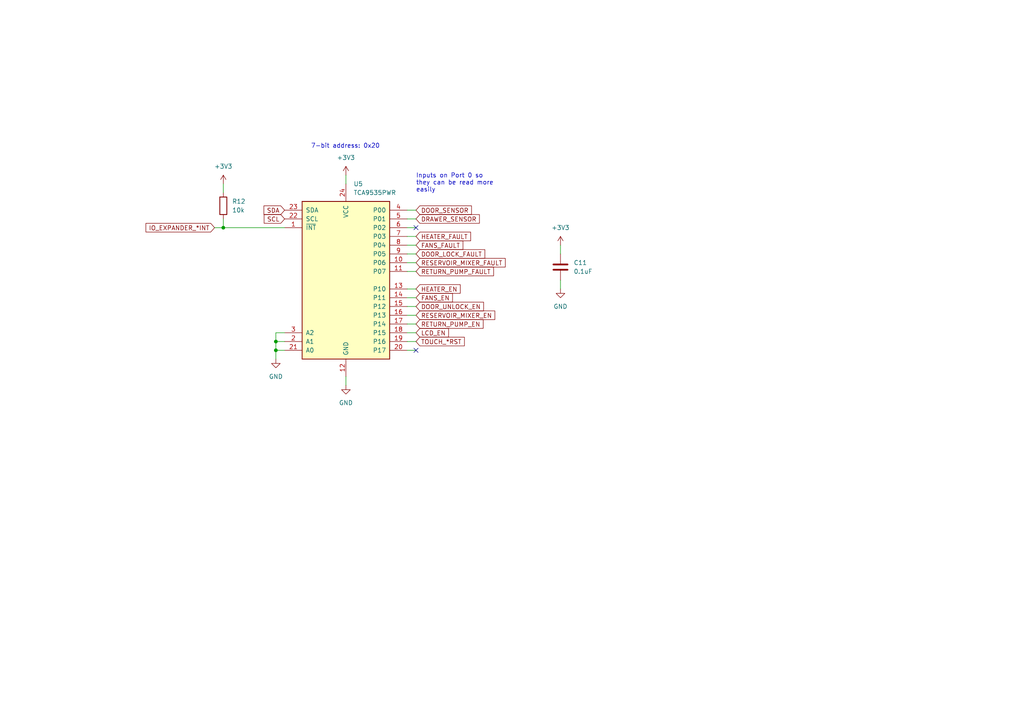
<source format=kicad_sch>
(kicad_sch (version 20231120) (generator "eeschema") (generator_version "8.0")
  (paper "A4")
  (lib_symbols
    (symbol "Device:C" (pin_numbers hide) (pin_names (offset 0.254))
      (property "Reference" "C" (at 0.635 2.54 0))
      (property "Value" "C" (at 0.635 -2.54 0))
      (symbol "C_0_1"
        (polyline (pts (xy -2.032 -0.762) (xy 2.032 -0.762)) (stroke (width 0.508)))
        (polyline (pts (xy -2.032 0.762) (xy 2.032 0.762)) (stroke (width 0.508)))
      )
      (symbol "C_1_1"
        (pin passive line (at 0 3.81 270) (length 2.794) (name "~") (number "1"))
        (pin passive line (at 0 -3.81 90) (length 2.794) (name "~") (number "2"))
      )
    )
    (symbol "Device:R" (pin_numbers hide) (pin_names (offset 0))
      (property "Reference" "R" (at 2.032 0 90))
      (property "Value" "R" (at 0 0 90))
      (symbol "R_0_1"
        (rectangle (start -1.016 -2.54) (end 1.016 2.54) (stroke (width 0.254)))
      )
      (symbol "R_1_1"
        (pin passive line (at 0 3.81 270) (length 1.27) (name "~") (number "1"))
        (pin passive line (at 0 -3.81 90) (length 1.27) (name "~") (number "2"))
      )
    )
    (symbol "Interface_Expansion:TCA9535PWR" (pin_names (offset 1.016))
      (property "Reference" "U" (at -11.43 24.13 0))
      (property "Value" "TCA9535PWR" (at 0 0 0))
      (symbol "TCA9535PWR_0_1"
        (rectangle (start -12.7 22.86) (end 12.7 -22.86) (stroke (width 0.254)) (fill (type background)))
      )
      (symbol "TCA9535PWR_1_1"
        (pin open_collector line (at -17.78 15.24 0) (length 5.08) (name "~{INT}") (number "1"))
        (pin bidirectional line (at 17.78 5.08 180) (length 5.08) (name "P06") (number "10"))
        (pin bidirectional line (at 17.78 2.54 180) (length 5.08) (name "P07") (number "11"))
        (pin power_in line (at 0 -27.94 90) (length 5.08) (name "GND") (number "12"))
        (pin bidirectional line (at 17.78 -2.54 180) (length 5.08) (name "P10") (number "13"))
        (pin bidirectional line (at 17.78 -5.08 180) (length 5.08) (name "P11") (number "14"))
        (pin bidirectional line (at 17.78 -7.62 180) (length 5.08) (name "P12") (number "15"))
        (pin bidirectional line (at 17.78 -10.16 180) (length 5.08) (name "P13") (number "16"))
        (pin bidirectional line (at 17.78 -12.7 180) (length 5.08) (name "P14") (number "17"))
        (pin bidirectional line (at 17.78 -15.24 180) (length 5.08) (name "P15") (number "18"))
        (pin bidirectional line (at 17.78 -17.78 180) (length 5.08) (name "P16") (number "19"))
        (pin input line (at -17.78 -17.78 0) (length 5.08) (name "A1") (number "2"))
        (pin bidirectional line (at 17.78 -20.32 180) (length 5.08) (name "P17") (number "20"))
        (pin input line (at -17.78 -20.32 0) (length 5.08) (name "A0") (number "21"))
        (pin input line (at -17.78 17.78 0) (length 5.08) (name "SCL") (number "22"))
        (pin bidirectional line (at -17.78 20.32 0) (length 5.08) (name "SDA") (number "23"))
        (pin power_in line (at 0 27.94 270) (length 5.08) (name "VCC") (number "24"))
        (pin input line (at -17.78 -15.24 0) (length 5.08) (name "A2") (number "3"))
        (pin bidirectional line (at 17.78 20.32 180) (length 5.08) (name "P00") (number "4"))
        (pin bidirectional line (at 17.78 17.78 180) (length 5.08) (name "P01") (number "5"))
        (pin bidirectional line (at 17.78 15.24 180) (length 5.08) (name "P02") (number "6"))
        (pin bidirectional line (at 17.78 12.7 180) (length 5.08) (name "P03") (number "7"))
        (pin bidirectional line (at 17.78 10.16 180) (length 5.08) (name "P04") (number "8"))
        (pin bidirectional line (at 17.78 7.62 180) (length 5.08) (name "P05") (number "9"))
      )
    )
    (symbol "power:+3V3" (power) (pin_names (offset 0))
      (property "Value" "+3V3" (at 0 3.556 0))
      (symbol "+3V3_0_1"
        (polyline (pts (xy -0.762 1.27) (xy 0 2.54)))
        (polyline (pts (xy 0 0) (xy 0 2.54)))
        (polyline (pts (xy 0 2.54) (xy 0.762 1.27)))
      )
      (symbol "+3V3_1_1"
        (pin power_in line (at 0 0 90) (length 0) hide (name "+3V3") (number "1"))
      )
    )
    (symbol "power:GND" (power) (pin_names (offset 0))
      (property "Value" "GND" (at 0 -3.81 0))
      (symbol "GND_0_1"
        (polyline (pts (xy 0 0) (xy 0 -1.27) (xy 1.27 -1.27) (xy 0 -2.54) (xy -1.27 -1.27) (xy 0 -1.27)))
      )
      (symbol "GND_1_1"
        (pin power_in line (at 0 0 270) (length 0) hide (name "GND") (number "1"))
      )
    )
  )
  (junction (at 64.77 66.04))
  (junction (at 80.01 101.6))
  (junction (at 80.01 99.06))
  (no_connect (at 120.65 66.04))
  (no_connect (at 120.65 101.6))
  (wire (pts (xy 162.56 71.12) (xy 162.56 73.66)))
  (wire (pts (xy 100.33 50.8) (xy 100.33 53.34)))
  (wire (pts (xy 64.77 66.04) (xy 82.55 66.04)))
  (wire (pts (xy 118.11 68.58) (xy 120.65 68.58)))
  (wire (pts (xy 118.11 101.6) (xy 120.65 101.6)))
  (wire (pts (xy 64.77 53.34) (xy 64.77 55.88)))
  (wire (pts (xy 118.11 63.5) (xy 120.65 63.5)))
  (wire (pts (xy 118.11 99.06) (xy 120.65 99.06)))
  (wire (pts (xy 118.11 91.44) (xy 120.65 91.44)))
  (wire (pts (xy 80.01 101.6) (xy 82.55 101.6)))
  (wire (pts (xy 64.77 63.5) (xy 64.77 66.04)))
  (wire (pts (xy 80.01 96.52) (xy 82.55 96.52)))
  (wire (pts (xy 62.23 66.04) (xy 64.77 66.04)))
  (wire (pts (xy 118.11 71.12) (xy 120.65 71.12)))
  (wire (pts (xy 118.11 73.66) (xy 120.65 73.66)))
  (wire (pts (xy 118.11 88.9) (xy 120.65 88.9)))
  (wire (pts (xy 118.11 96.52) (xy 120.65 96.52)))
  (wire (pts (xy 118.11 76.2) (xy 120.65 76.2)))
  (wire (pts (xy 118.11 78.74) (xy 120.65 78.74)))
  (wire (pts (xy 80.01 101.6) (xy 80.01 99.06)))
  (wire (pts (xy 118.11 86.36) (xy 120.65 86.36)))
  (wire (pts (xy 100.33 109.22) (xy 100.33 111.76)))
  (wire (pts (xy 118.11 60.96) (xy 120.65 60.96)))
  (wire (pts (xy 118.11 66.04) (xy 120.65 66.04)))
  (wire (pts (xy 118.11 93.98) (xy 120.65 93.98)))
  (wire (pts (xy 80.01 104.14) (xy 80.01 101.6)))
  (wire (pts (xy 80.01 99.06) (xy 82.55 99.06)))
  (wire (pts (xy 162.56 81.28) (xy 162.56 83.82)))
  (wire (pts (xy 118.11 83.82) (xy 120.65 83.82)))
  (wire (pts (xy 80.01 99.06) (xy 80.01 96.52)))
  (text "7-bit address: 0x20" (at 90.17 43.18 0) (effects (font (size 1.27 1.27)) (justify left bottom)))
  (text "Inputs on Port 0 so\nthey can be read more\neasily" (at 120.65 55.88 0) (effects (font (size 1.27 1.27)) (justify left bottom)))
  (global_label "TOUCH_*RST" (shape input) (at 120.65 99.06 0) (property "Intersheetrefs" "${INTERSHEET_REFS}" (effects (hide yes))))
  (global_label "HEATER_EN" (shape input) (at 120.65 83.82 0) (property "Intersheetrefs" "${INTERSHEET_REFS}" (effects (hide yes))))
  (global_label "RETURN_PUMP_FAULT" (shape input) (at 120.65 78.74 0) (property "Intersheetrefs" "${INTERSHEET_REFS}" (effects (hide yes))))
  (global_label "LCD_EN" (shape input) (at 120.65 96.52 0) (property "Intersheetrefs" "${INTERSHEET_REFS}" (effects (hide yes))))
  (global_label "DOOR_SENSOR" (shape input) (at 120.65 60.96 0) (property "Intersheetrefs" "${INTERSHEET_REFS}" (effects (hide yes))))
  (global_label "FANS_EN" (shape input) (at 120.65 86.36 0) (property "Intersheetrefs" "${INTERSHEET_REFS}" (effects (hide yes))))
  (global_label "SDA" (shape input) (at 82.55 60.96 180) (property "Intersheetrefs" "${INTERSHEET_REFS}" (effects (hide yes))))
  (global_label "RESERVOIR_MIXER_EN" (shape input) (at 120.65 91.44 0) (property "Intersheetrefs" "${INTERSHEET_REFS}" (effects (hide yes))))
  (global_label "RETURN_PUMP_EN" (shape input) (at 120.65 93.98 0) (property "Intersheetrefs" "${INTERSHEET_REFS}" (effects (hide yes))))
  (global_label "HEATER_FAULT" (shape input) (at 120.65 68.58 0) (property "Intersheetrefs" "${INTERSHEET_REFS}" (effects (hide yes))))
  (global_label "DOOR_LOCK_FAULT" (shape input) (at 120.65 73.66 0) (property "Intersheetrefs" "${INTERSHEET_REFS}" (effects (hide yes))))
  (global_label "DOOR_UNLOCK_EN" (shape input) (at 120.65 88.9 0) (property "Intersheetrefs" "${INTERSHEET_REFS}" (effects (hide yes))))
  (global_label "IO_EXPANDER_*INT" (shape input) (at 62.23 66.04 180) (property "Intersheetrefs" "${INTERSHEET_REFS}" (effects (hide yes))))
  (global_label "SCL" (shape input) (at 82.55 63.5 180) (property "Intersheetrefs" "${INTERSHEET_REFS}" (effects (hide yes))))
  (global_label "DRAWER_SENSOR" (shape input) (at 120.65 63.5 0) (property "Intersheetrefs" "${INTERSHEET_REFS}" (effects (hide yes))))
  (global_label "RESERVOIR_MIXER_FAULT" (shape input) (at 120.65 76.2 0) (property "Intersheetrefs" "${INTERSHEET_REFS}" (effects (hide yes))))
  (global_label "FANS_FAULT" (shape input) (at 120.65 71.12 0) (property "Intersheetrefs" "${INTERSHEET_REFS}" (effects (hide yes))))
  (symbol (lib_id "power:GND") (at 162.56 83.82 0) (unit 1)
    (property "Reference" "#PWR076" (effects (hide yes)))
    (property "Value" "GND" (at 162.56 88.9 0))
  )
  (symbol (lib_id "power:GND") (at 80.01 104.14 0) (unit 1)
    (property "Reference" "#PWR072" (effects (hide yes)))
    (property "Value" "GND" (at 80.01 109.22 0))
  )
  (symbol (lib_id "power:+3V3") (at 162.56 71.12 0) (unit 1)
    (property "Reference" "#PWR075" (effects (hide yes)))
    (property "Value" "+3V3" (at 162.56 66.04 0))
  )
  (symbol (lib_id "power:GND") (at 100.33 111.76 0) (unit 1)
    (property "Reference" "#PWR074" (effects (hide yes)))
    (property "Value" "GND" (at 100.33 116.84 0))
  )
  (symbol (lib_id "Device:C") (at 162.56 77.47 0) (unit 1)
    (property "Reference" "C11" (at 166.37 76.2 0) (effects (justify left)))
    (property "Value" "0.1uF" (at 166.37 78.74 0) (effects (justify left)))
    (property "Footprint" "Capacitor_SMD:C_0603_1608Metric_Pad1.08x0.95mm_HandSolder" (effects (hide yes)))
  )
  (symbol (lib_id "power:+3V3") (at 100.33 50.8 0) (unit 1)
    (property "Reference" "#PWR073" (effects (hide yes)))
    (property "Value" "+3V3" (at 100.33 45.72 0))
  )
  (symbol (lib_id "Interface_Expansion:TCA9535PWR") (at 100.33 81.28 0) (unit 1)
    (property "Reference" "U5" (at 102.5241 53.34 0) (effects (justify left)))
    (property "Value" "TCA9535PWR" (at 102.5241 55.88 0) (effects (justify left)))
    (property "Footprint" "Package_SO:TSSOP-24_4.4x7.8mm_P0.65mm" (effects (hide yes)))
    (property "Datasheet" "http://www.ti.com/lit/ds/symlink/tca9535.pdf" (effects (hide yes)))
  )
  (symbol (lib_id "Device:R") (at 64.77 59.69 0) (unit 1)
    (property "Reference" "R12" (at 67.31 58.42 0) (effects (justify left)))
    (property "Value" "10k" (at 67.31 60.96 0) (effects (justify left)))
    (property "Footprint" "Resistor_SMD:R_0603_1608Metric_Pad0.98x0.95mm_HandSolder" (effects (hide yes)))
  )
  (symbol (lib_id "power:+3V3") (at 64.77 53.34 0) (unit 1)
    (property "Reference" "#PWR071" (effects (hide yes)))
    (property "Value" "+3V3" (at 64.77 48.26 0))
  )
)
</source>
